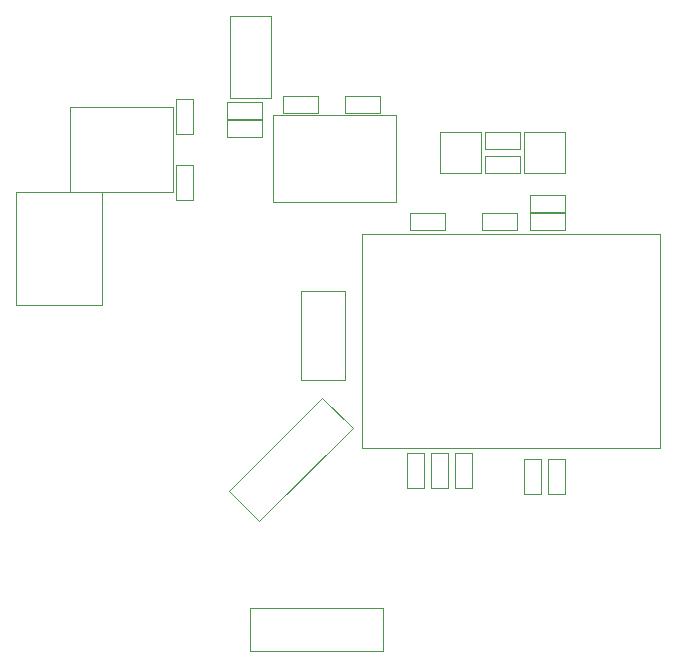
<source format=gbr>
%TF.GenerationSoftware,KiCad,Pcbnew,5.1.10-88a1d61d58~90~ubuntu20.04.1*%
%TF.CreationDate,2021-10-14T14:02:12+02:00*%
%TF.ProjectId,ESP8266-WS2812-Puck,45535038-3236-4362-9d57-53323831322d,rev?*%
%TF.SameCoordinates,Original*%
%TF.FileFunction,Other,User*%
%FSLAX46Y46*%
G04 Gerber Fmt 4.6, Leading zero omitted, Abs format (unit mm)*
G04 Created by KiCad (PCBNEW 5.1.10-88a1d61d58~90~ubuntu20.04.1) date 2021-10-14 14:02:12*
%MOMM*%
%LPD*%
G01*
G04 APERTURE LIST*
%ADD10C,0.050000*%
G04 APERTURE END LIST*
D10*
%TO.C,SW1*%
X130180000Y-93432000D02*
X122930000Y-93432000D01*
X130180000Y-83882000D02*
X130180000Y-93432000D01*
X122930000Y-83882000D02*
X130180000Y-83882000D01*
X122930000Y-93432000D02*
X122930000Y-83882000D01*
%TO.C,C6*%
X143720000Y-79216000D02*
X140760000Y-79216000D01*
X143720000Y-77756000D02*
X143720000Y-79216000D01*
X140760000Y-77756000D02*
X143720000Y-77756000D01*
X140760000Y-79216000D02*
X140760000Y-77756000D01*
%TO.C,J1*%
X148844000Y-101258910D02*
X140924404Y-109178506D01*
X140924404Y-109178506D02*
X143469988Y-111724090D01*
X143469988Y-111724090D02*
X151389584Y-103804494D01*
X151389584Y-103804494D02*
X148844000Y-101258910D01*
%TO.C,R5*%
X160052000Y-108947500D02*
X160052000Y-105987500D01*
X161512000Y-108947500D02*
X160052000Y-108947500D01*
X161512000Y-105987500D02*
X161512000Y-108947500D01*
X160052000Y-105987500D02*
X161512000Y-105987500D01*
%TO.C,R12*%
X162604000Y-78772000D02*
X165564000Y-78772000D01*
X162604000Y-80232000D02*
X162604000Y-78772000D01*
X165564000Y-80232000D02*
X162604000Y-80232000D01*
X165564000Y-78772000D02*
X165564000Y-80232000D01*
%TO.C,U3*%
X155060000Y-77326000D02*
X144660000Y-77326000D01*
X144660000Y-77326000D02*
X144660000Y-84726000D01*
X144660000Y-84726000D02*
X155060000Y-84726000D01*
X155060000Y-84726000D02*
X155060000Y-77326000D01*
%TO.C,R3*%
X148483000Y-77184000D02*
X145523000Y-77184000D01*
X148483000Y-75724000D02*
X148483000Y-77184000D01*
X145523000Y-75724000D02*
X148483000Y-75724000D01*
X145523000Y-77184000D02*
X145523000Y-75724000D01*
%TO.C,R2*%
X150729000Y-75724000D02*
X153689000Y-75724000D01*
X150729000Y-77184000D02*
X150729000Y-75724000D01*
X153689000Y-77184000D02*
X150729000Y-77184000D01*
X153689000Y-75724000D02*
X153689000Y-77184000D01*
%TO.C,R1*%
X159214000Y-87090000D02*
X156254000Y-87090000D01*
X159214000Y-85630000D02*
X159214000Y-87090000D01*
X156254000Y-85630000D02*
X159214000Y-85630000D01*
X156254000Y-87090000D02*
X156254000Y-85630000D01*
%TO.C,J2*%
X142726000Y-119104000D02*
X142726000Y-122704000D01*
X153926000Y-119104000D02*
X142726000Y-119104000D01*
X153926000Y-122704000D02*
X153926000Y-119104000D01*
X142726000Y-122704000D02*
X153926000Y-122704000D01*
%TO.C,C4*%
X147044800Y-99762000D02*
X147044800Y-92262000D01*
X150744800Y-99762000D02*
X147044800Y-99762000D01*
X150744800Y-92262000D02*
X150744800Y-99762000D01*
X147044800Y-92262000D02*
X150744800Y-92262000D01*
%TO.C,U1*%
X177452400Y-87419200D02*
X177452400Y-105519200D01*
X177452400Y-105519200D02*
X152152400Y-105519200D01*
X152152400Y-105519200D02*
X152152400Y-87419200D01*
X152152400Y-87419200D02*
X177452400Y-87419200D01*
%TO.C,C5*%
X140760000Y-77692000D02*
X140760000Y-76232000D01*
X140760000Y-76232000D02*
X143720000Y-76232000D01*
X143720000Y-76232000D02*
X143720000Y-77692000D01*
X143720000Y-77692000D02*
X140760000Y-77692000D01*
%TO.C,Q1*%
X165940000Y-78768000D02*
X169340000Y-78768000D01*
X169340000Y-78768000D02*
X169340000Y-82268000D01*
X169340000Y-82268000D02*
X165940000Y-82268000D01*
X165940000Y-82268000D02*
X165940000Y-78768000D01*
%TO.C,Q2*%
X162228000Y-78768000D02*
X162228000Y-82268000D01*
X158828000Y-78768000D02*
X162228000Y-78768000D01*
X158828000Y-82268000D02*
X158828000Y-78768000D01*
X162228000Y-82268000D02*
X158828000Y-82268000D01*
%TO.C,U2*%
X127426000Y-83864000D02*
X136226000Y-83864000D01*
X127426000Y-76664000D02*
X127426000Y-83864000D01*
X136226000Y-76664000D02*
X127426000Y-76664000D01*
X136226000Y-83864000D02*
X136226000Y-76664000D01*
%TO.C,C1*%
X136430000Y-78924500D02*
X136430000Y-75964500D01*
X137890000Y-78924500D02*
X136430000Y-78924500D01*
X137890000Y-75964500D02*
X137890000Y-78924500D01*
X136430000Y-75964500D02*
X137890000Y-75964500D01*
%TO.C,C2*%
X136430000Y-81552500D02*
X137890000Y-81552500D01*
X137890000Y-81552500D02*
X137890000Y-84512500D01*
X137890000Y-84512500D02*
X136430000Y-84512500D01*
X136430000Y-84512500D02*
X136430000Y-81552500D01*
%TO.C,C3*%
X166388500Y-84106000D02*
X169348500Y-84106000D01*
X166388500Y-85566000D02*
X166388500Y-84106000D01*
X169348500Y-85566000D02*
X166388500Y-85566000D01*
X169348500Y-84106000D02*
X169348500Y-85566000D01*
%TO.C,D1*%
X144498000Y-75922000D02*
X140998000Y-75922000D01*
X144498000Y-68922000D02*
X144498000Y-75922000D01*
X140998000Y-68922000D02*
X144498000Y-68922000D01*
X140998000Y-75922000D02*
X140998000Y-68922000D01*
%TO.C,R6*%
X158020000Y-108947500D02*
X158020000Y-105987500D01*
X159480000Y-108947500D02*
X158020000Y-108947500D01*
X159480000Y-105987500D02*
X159480000Y-108947500D01*
X158020000Y-105987500D02*
X159480000Y-105987500D01*
%TO.C,R7*%
X165284500Y-85630000D02*
X165284500Y-87090000D01*
X165284500Y-87090000D02*
X162324500Y-87090000D01*
X162324500Y-87090000D02*
X162324500Y-85630000D01*
X162324500Y-85630000D02*
X165284500Y-85630000D01*
%TO.C,R8*%
X166439500Y-85630000D02*
X169399500Y-85630000D01*
X166439500Y-87090000D02*
X166439500Y-85630000D01*
X169399500Y-87090000D02*
X166439500Y-87090000D01*
X169399500Y-85630000D02*
X169399500Y-87090000D01*
%TO.C,R9*%
X155988000Y-105987500D02*
X157448000Y-105987500D01*
X157448000Y-105987500D02*
X157448000Y-108947500D01*
X157448000Y-108947500D02*
X155988000Y-108947500D01*
X155988000Y-108947500D02*
X155988000Y-105987500D01*
%TO.C,R10*%
X165894000Y-109455500D02*
X165894000Y-106495500D01*
X167354000Y-109455500D02*
X165894000Y-109455500D01*
X167354000Y-106495500D02*
X167354000Y-109455500D01*
X165894000Y-106495500D02*
X167354000Y-106495500D01*
%TO.C,R11*%
X167926000Y-106495500D02*
X169386000Y-106495500D01*
X169386000Y-106495500D02*
X169386000Y-109455500D01*
X169386000Y-109455500D02*
X167926000Y-109455500D01*
X167926000Y-109455500D02*
X167926000Y-106495500D01*
%TO.C,R13*%
X162604000Y-82264000D02*
X162604000Y-80804000D01*
X162604000Y-80804000D02*
X165564000Y-80804000D01*
X165564000Y-80804000D02*
X165564000Y-82264000D01*
X165564000Y-82264000D02*
X162604000Y-82264000D01*
%TD*%
M02*

</source>
